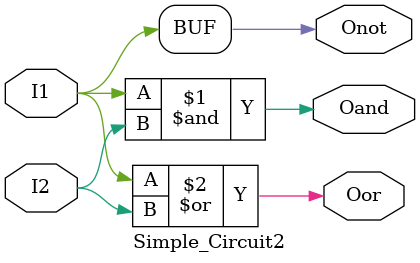
<source format=v>
module Simple_Circuit2(I1,I2,Onot,Oand,Oor);
input I1,I2;
output Onot,Oand,Oor;
wire w;

not G0(w,I1);
not G1(Onot,w);
and G2(Oand,I1,I2);
or  G3(Oor,I1,I2);
endmodule
 
</source>
